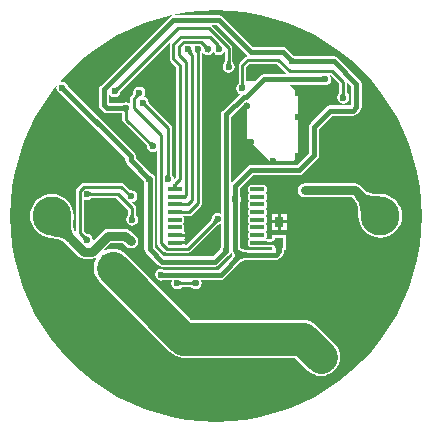
<source format=gbl>
G04*
G04 #@! TF.GenerationSoftware,Altium Limited,Altium Designer,20.0.13 (296)*
G04*
G04 Layer_Physical_Order=2*
G04 Layer_Color=16711680*
%FSLAX24Y24*%
%MOIN*%
G70*
G01*
G75*
%ADD12C,0.0100*%
%ADD29R,0.0300X0.0350*%
%ADD73C,0.0180*%
%ADD74C,0.0300*%
%ADD76C,0.1299*%
%ADD77C,0.0236*%
%ADD78C,0.0252*%
G04:AMPARAMS|DCode=79|XSize=47.2mil|YSize=13.8mil|CornerRadius=3.4mil|HoleSize=0mil|Usage=FLASHONLY|Rotation=180.000|XOffset=0mil|YOffset=0mil|HoleType=Round|Shape=RoundedRectangle|*
%AMROUNDEDRECTD79*
21,1,0.0472,0.0069,0,0,180.0*
21,1,0.0404,0.0138,0,0,180.0*
1,1,0.0069,-0.0202,0.0034*
1,1,0.0069,0.0202,0.0034*
1,1,0.0069,0.0202,-0.0034*
1,1,0.0069,-0.0202,-0.0034*
%
%ADD79ROUNDEDRECTD79*%
%ADD80C,0.1100*%
G36*
X41563Y26107D02*
X41580Y26093D01*
X41589Y26087D01*
X41598Y26082D01*
X41607Y26077D01*
X41616Y26074D01*
X41625Y26071D01*
X41633Y26069D01*
X41642Y26067D01*
X41513Y25965D01*
X41513Y25974D01*
X41513Y25983D01*
X41512Y25992D01*
X41509Y26001D01*
X41506Y26010D01*
X41502Y26018D01*
X41496Y26027D01*
X41490Y26036D01*
X41483Y26045D01*
X41475Y26054D01*
X41554Y26115D01*
X41563Y26107D01*
D02*
G37*
G36*
X41083Y25914D02*
X41083Y25905D01*
X41084Y25897D01*
X41085Y25888D01*
X41088Y25879D01*
X41092Y25870D01*
X41097Y25861D01*
X41103Y25853D01*
X41111Y25844D01*
X41119Y25835D01*
X41030Y25782D01*
X41022Y25791D01*
X41004Y25805D01*
X40996Y25811D01*
X40987Y25817D01*
X40979Y25822D01*
X40970Y25826D01*
X40962Y25830D01*
X40953Y25832D01*
X40945Y25835D01*
X41085Y25923D01*
X41083Y25914D01*
D02*
G37*
G36*
X41384Y25866D02*
X41379Y25858D01*
X41374Y25850D01*
X41371Y25841D01*
X41367Y25832D01*
X41365Y25822D01*
X41363Y25812D01*
X41361Y25801D01*
X41360Y25789D01*
X41360Y25777D01*
X41260Y25768D01*
X41260Y25780D01*
X41259Y25791D01*
X41257Y25802D01*
X41254Y25812D01*
X41251Y25822D01*
X41247Y25830D01*
X41243Y25839D01*
X41237Y25846D01*
X41231Y25853D01*
X41225Y25859D01*
X41390Y25873D01*
X41384Y25866D01*
D02*
G37*
G36*
X42366Y25536D02*
X42367Y25524D01*
X42368Y25514D01*
X42371Y25503D01*
X42374Y25494D01*
X42377Y25485D01*
X42381Y25476D01*
X42386Y25468D01*
X42392Y25461D01*
X42398Y25454D01*
X42233D01*
X42239Y25461D01*
X42245Y25468D01*
X42249Y25476D01*
X42254Y25485D01*
X42257Y25494D01*
X42260Y25503D01*
X42262Y25514D01*
X42264Y25524D01*
X42265Y25536D01*
X42265Y25548D01*
X42365D01*
X42366Y25536D01*
D02*
G37*
G36*
X42948Y25738D02*
X42960Y25731D01*
X42957Y25721D01*
X42950D01*
X42900Y25711D01*
X42857Y25683D01*
X42687Y25513D01*
X42659Y25470D01*
X42649Y25420D01*
Y24813D01*
X42648Y24809D01*
X42647Y24804D01*
X42646Y24800D01*
X42645Y24798D01*
X42644Y24796D01*
X42639Y24793D01*
X42595Y24728D01*
X42580Y24651D01*
X42595Y24574D01*
X42639Y24509D01*
X42681Y24481D01*
X42682Y24471D01*
X42115Y23904D01*
X42078Y23848D01*
X42065Y23783D01*
Y20471D01*
X42056Y20466D01*
X42027Y20485D01*
X41950Y20501D01*
X41873Y20485D01*
X41808Y20442D01*
X41765Y20377D01*
X41749Y20300D01*
X41751Y20293D01*
X41750Y20291D01*
X41749Y20288D01*
X41747Y20285D01*
X41745Y20281D01*
X41742Y20278D01*
X40902Y19438D01*
X40862D01*
X40856Y19446D01*
X40858Y19454D01*
X40522D01*
Y19554D01*
X40858D01*
X40850Y19591D01*
X40823Y19632D01*
X40850Y19673D01*
X40858Y19710D01*
X40522D01*
Y19810D01*
X40858D01*
X40850Y19847D01*
X40821Y19892D01*
X40806Y19901D01*
X40830Y19938D01*
X40839Y19982D01*
Y20051D01*
X40830Y20095D01*
X40805Y20132D01*
X40795Y20139D01*
Y20149D01*
X40805Y20156D01*
X40830Y20193D01*
X40839Y20238D01*
Y20306D01*
X40830Y20351D01*
X40807Y20385D01*
X40811Y20396D01*
X40826Y20397D01*
X41001D01*
X41051Y20407D01*
X41094Y20435D01*
X41403Y20744D01*
X41431Y20787D01*
X41441Y20837D01*
Y25794D01*
X41442Y25798D01*
X41443Y25804D01*
X41444Y25808D01*
X41445Y25812D01*
X41447Y25815D01*
X41448Y25817D01*
X41449Y25819D01*
X41449Y25819D01*
X41453Y25823D01*
X41454Y25827D01*
X41460Y25835D01*
X41470D01*
X41488Y25808D01*
X41553Y25765D01*
X41630Y25749D01*
X41707Y25765D01*
X41772Y25808D01*
X41805Y25858D01*
X41815D01*
X41848Y25808D01*
X41913Y25765D01*
X41990Y25749D01*
X42067Y25765D01*
X42132Y25808D01*
X42174Y25871D01*
X42184Y25870D01*
Y25533D01*
X42184Y25528D01*
X42183Y25524D01*
X42181Y25520D01*
X42180Y25518D01*
X42180Y25516D01*
X42174Y25512D01*
X42130Y25447D01*
X42115Y25370D01*
X42130Y25293D01*
X42174Y25228D01*
X42239Y25185D01*
X42315Y25169D01*
X42392Y25185D01*
X42457Y25228D01*
X42501Y25293D01*
X42516Y25370D01*
X42501Y25447D01*
X42457Y25512D01*
X42451Y25516D01*
X42451Y25518D01*
X42449Y25520D01*
X42448Y25524D01*
X42447Y25528D01*
X42447Y25533D01*
Y26007D01*
X42437Y26058D01*
X42408Y26100D01*
X41770Y26739D01*
X41774Y26748D01*
X41939D01*
X42948Y25738D01*
D02*
G37*
G36*
X44252Y25132D02*
X44248Y25122D01*
X43490D01*
X43424Y25109D01*
X43368Y25072D01*
X43205Y24908D01*
X42911D01*
Y25366D01*
X43004Y25459D01*
X43926D01*
X44252Y25132D01*
D02*
G37*
G36*
X46009Y24796D02*
Y24503D01*
X46008Y24498D01*
X46007Y24494D01*
X46006Y24490D01*
X46005Y24488D01*
X46004Y24486D01*
X45998Y24482D01*
X45955Y24417D01*
X45939Y24340D01*
X45955Y24263D01*
X45998Y24198D01*
X46063Y24155D01*
X46140Y24139D01*
X46217Y24155D01*
X46282Y24198D01*
X46325Y24263D01*
X46341Y24340D01*
X46325Y24417D01*
X46282Y24482D01*
X46276Y24486D01*
X46275Y24488D01*
X46274Y24490D01*
X46273Y24494D01*
X46272Y24498D01*
X46271Y24503D01*
Y24850D01*
X46268Y24865D01*
X46277Y24870D01*
X46408Y24739D01*
Y24087D01*
X46403Y24082D01*
X45700D01*
X45634Y24069D01*
X45578Y24032D01*
X45048Y23502D01*
X45011Y23446D01*
X44998Y23380D01*
Y22511D01*
X44599Y22112D01*
X43080D01*
X43014Y22099D01*
X42958Y22062D01*
X42419Y21522D01*
X42416Y21522D01*
X42409Y21525D01*
Y23711D01*
X42892Y24195D01*
X42907D01*
X42913Y24196D01*
X42921Y24190D01*
X42940Y22985D01*
X43698Y22227D01*
X44457D01*
X44630Y22400D01*
Y24495D01*
X44356Y24769D01*
X44360Y24778D01*
X45433D01*
X45453Y24765D01*
X45530Y24749D01*
X45607Y24765D01*
X45672Y24808D01*
X45715Y24873D01*
X45731Y24950D01*
X45715Y25027D01*
X45680Y25080D01*
X45685Y25089D01*
X45716D01*
X46009Y24796D01*
D02*
G37*
G36*
X42830Y24817D02*
X42831Y24806D01*
X42833Y24795D01*
X42835Y24785D01*
X42838Y24775D01*
X42842Y24766D01*
X42846Y24758D01*
X42851Y24750D01*
X42857Y24742D01*
X42863Y24736D01*
X42698Y24735D01*
X42704Y24741D01*
X42709Y24749D01*
X42714Y24757D01*
X42718Y24765D01*
X42722Y24774D01*
X42725Y24784D01*
X42727Y24794D01*
X42729Y24805D01*
X42730Y24816D01*
X42730Y24828D01*
X42830Y24829D01*
X42830Y24817D01*
D02*
G37*
G36*
X38681Y24640D02*
X38673Y24632D01*
X38665Y24623D01*
X38659Y24614D01*
X38653Y24605D01*
X38649Y24596D01*
X38645Y24587D01*
X38642Y24578D01*
X38640Y24569D01*
X38638Y24560D01*
X38638Y24551D01*
X38521Y24668D01*
X38530Y24668D01*
X38539Y24670D01*
X38548Y24672D01*
X38557Y24675D01*
X38566Y24679D01*
X38575Y24683D01*
X38584Y24689D01*
X38593Y24695D01*
X38602Y24703D01*
X38610Y24711D01*
X38681Y24640D01*
D02*
G37*
G36*
X46190Y24506D02*
X46191Y24494D01*
X46193Y24484D01*
X46195Y24473D01*
X46198Y24464D01*
X46202Y24455D01*
X46206Y24446D01*
X46211Y24438D01*
X46216Y24431D01*
X46223Y24424D01*
X46057D01*
X46064Y24431D01*
X46069Y24438D01*
X46074Y24446D01*
X46078Y24455D01*
X46082Y24464D01*
X46085Y24473D01*
X46087Y24484D01*
X46089Y24494D01*
X46090Y24506D01*
X46090Y24518D01*
X46190D01*
X46190Y24506D01*
D02*
G37*
G36*
X39356Y24396D02*
X39347Y24394D01*
X39339Y24392D01*
X39330Y24389D01*
X39321Y24385D01*
X39312Y24381D01*
X39304Y24375D01*
X39295Y24369D01*
X39286Y24363D01*
X39269Y24347D01*
X39187Y24406D01*
X39195Y24415D01*
X39202Y24424D01*
X39209Y24433D01*
X39214Y24442D01*
X39218Y24450D01*
X39221Y24459D01*
X39223Y24468D01*
X39225Y24477D01*
X39225Y24486D01*
X39224Y24495D01*
X39356Y24396D01*
D02*
G37*
G36*
X39568Y24170D02*
X39570Y24161D01*
X39572Y24152D01*
X39575Y24143D01*
X39579Y24134D01*
X39583Y24125D01*
X39589Y24116D01*
X39595Y24107D01*
X39603Y24098D01*
X39611Y24090D01*
X39540Y24019D01*
X39532Y24027D01*
X39523Y24035D01*
X39514Y24041D01*
X39505Y24047D01*
X39496Y24051D01*
X39487Y24055D01*
X39478Y24058D01*
X39469Y24060D01*
X39460Y24062D01*
X39451Y24062D01*
X39568Y24179D01*
X39568Y24170D01*
D02*
G37*
G36*
X38986Y23899D02*
X38981Y23892D01*
X38976Y23884D01*
X38972Y23875D01*
X38968Y23866D01*
X38965Y23857D01*
X38963Y23846D01*
X38961Y23836D01*
X38960Y23824D01*
X38960Y23812D01*
X38860D01*
X38860Y23824D01*
X38859Y23836D01*
X38857Y23846D01*
X38855Y23857D01*
X38852Y23866D01*
X38848Y23875D01*
X38844Y23884D01*
X38839Y23892D01*
X38834Y23899D01*
X38827Y23906D01*
X38993D01*
X38986Y23899D01*
D02*
G37*
G36*
X39708Y22883D02*
X39717Y22875D01*
X39726Y22869D01*
X39735Y22863D01*
X39744Y22859D01*
X39753Y22855D01*
X39762Y22852D01*
X39771Y22850D01*
X39780Y22848D01*
X39789Y22848D01*
X39672Y22731D01*
X39672Y22740D01*
X39670Y22749D01*
X39668Y22758D01*
X39665Y22767D01*
X39661Y22776D01*
X39657Y22785D01*
X39651Y22794D01*
X39645Y22803D01*
X39637Y22812D01*
X39629Y22820D01*
X39700Y22891D01*
X39708Y22883D01*
D02*
G37*
G36*
X40350Y21791D02*
X40351Y21780D01*
X40353Y21769D01*
X40355Y21759D01*
X40358Y21749D01*
X40362Y21740D01*
X40366Y21731D01*
X40371Y21723D01*
X40376Y21716D01*
X40383Y21710D01*
X40217D01*
X40224Y21716D01*
X40229Y21723D01*
X40234Y21731D01*
X40238Y21740D01*
X40242Y21749D01*
X40245Y21759D01*
X40247Y21769D01*
X40249Y21780D01*
X40250Y21791D01*
X40250Y21803D01*
X40350D01*
X40350Y21791D01*
D02*
G37*
G36*
X40358Y26189D02*
X40349Y26140D01*
Y25640D01*
X40359Y25590D01*
X40387Y25547D01*
X40559Y25376D01*
Y21684D01*
X40508Y21634D01*
X40498Y21637D01*
X40485Y21702D01*
X40442Y21767D01*
X40436Y21771D01*
X40435Y21773D01*
X40434Y21775D01*
X40433Y21779D01*
X40432Y21784D01*
X40431Y21788D01*
Y23330D01*
X40421Y23380D01*
X40393Y23423D01*
X39658Y24158D01*
X39655Y24161D01*
X39653Y24165D01*
X39651Y24168D01*
X39650Y24171D01*
X39649Y24173D01*
X39651Y24180D01*
X39635Y24257D01*
X39592Y24322D01*
X39527Y24365D01*
X39493Y24372D01*
X39489Y24381D01*
X39526Y24436D01*
X39541Y24513D01*
X39526Y24590D01*
X39483Y24655D01*
X39417Y24698D01*
X39341Y24714D01*
X39264Y24698D01*
X39199Y24655D01*
X39155Y24590D01*
X39140Y24513D01*
X39144Y24491D01*
X39144Y24487D01*
X39144Y24483D01*
X39144Y24482D01*
X39144Y24481D01*
X39143Y24479D01*
X39141Y24476D01*
X39139Y24473D01*
X39070Y24404D01*
X39042Y24362D01*
X39032Y24312D01*
Y24156D01*
X39023Y24151D01*
X38987Y24175D01*
X38910Y24191D01*
X38833Y24175D01*
X38813Y24162D01*
X38347D01*
X38342Y24167D01*
Y24445D01*
X38352Y24448D01*
X38378Y24408D01*
X38443Y24365D01*
X38520Y24349D01*
X38597Y24365D01*
X38662Y24408D01*
X38705Y24473D01*
X38721Y24550D01*
X38719Y24557D01*
X38720Y24559D01*
X38721Y24562D01*
X38723Y24565D01*
X38725Y24569D01*
X38728Y24572D01*
X40351Y26196D01*
X40358Y26189D01*
D02*
G37*
G36*
X40573Y21443D02*
X40574Y21426D01*
X40576Y21411D01*
X40580Y21399D01*
X40584Y21388D01*
X40589Y21379D01*
X40596Y21372D01*
X40603Y21367D01*
X40611Y21364D01*
X40620Y21363D01*
X40424D01*
X40433Y21364D01*
X40441Y21367D01*
X40449Y21372D01*
X40455Y21379D01*
X40460Y21388D01*
X40464Y21399D01*
X40468Y21411D01*
X40470Y21426D01*
X40472Y21443D01*
X40472Y21462D01*
X40572D01*
X40573Y21443D01*
D02*
G37*
G36*
X40742Y21103D02*
X40749Y21100D01*
X40756Y21097D01*
X40765Y21095D01*
X40775Y21094D01*
X40798Y21091D01*
X40826Y21090D01*
X40841Y21090D01*
Y20990D01*
X40826Y20990D01*
X40775Y20986D01*
X40765Y20984D01*
X40756Y20982D01*
X40749Y20980D01*
X40742Y20977D01*
X40737Y20974D01*
Y21106D01*
X40742Y21103D01*
D02*
G37*
G36*
X40742Y20847D02*
X40749Y20844D01*
X40757Y20842D01*
X40767Y20840D01*
X40778Y20838D01*
X40804Y20835D01*
X40835Y20834D01*
X40853Y20834D01*
Y20734D01*
X40835Y20734D01*
X40778Y20730D01*
X40767Y20728D01*
X40757Y20726D01*
X40749Y20724D01*
X40742Y20721D01*
X40737Y20718D01*
Y20850D01*
X40742Y20847D01*
D02*
G37*
G36*
Y20591D02*
X40749Y20588D01*
X40757Y20586D01*
X40767Y20584D01*
X40778Y20582D01*
X40804Y20579D01*
X40835Y20578D01*
X40853Y20578D01*
Y20478D01*
X40835Y20478D01*
X40778Y20474D01*
X40767Y20472D01*
X40757Y20470D01*
X40749Y20468D01*
X40742Y20465D01*
X40737Y20462D01*
Y20594D01*
X40742Y20591D01*
D02*
G37*
G36*
X41949Y20182D02*
X41940Y20182D01*
X41931Y20180D01*
X41922Y20178D01*
X41913Y20175D01*
X41904Y20171D01*
X41895Y20167D01*
X41886Y20161D01*
X41877Y20155D01*
X41868Y20147D01*
X41860Y20139D01*
X41789Y20210D01*
X41797Y20218D01*
X41805Y20227D01*
X41811Y20236D01*
X41817Y20245D01*
X41821Y20254D01*
X41825Y20263D01*
X41828Y20272D01*
X41830Y20281D01*
X41832Y20290D01*
X41832Y20299D01*
X41949Y20182D01*
D02*
G37*
G36*
X43498Y19567D02*
X43505Y19564D01*
X43513Y19562D01*
X43523Y19560D01*
X43534Y19558D01*
X43560Y19556D01*
X43591Y19554D01*
X43609Y19554D01*
Y19454D01*
X43591Y19454D01*
X43534Y19450D01*
X43523Y19449D01*
X43513Y19447D01*
X43505Y19444D01*
X43498Y19442D01*
X43493Y19439D01*
Y19570D01*
X43498Y19567D01*
D02*
G37*
G36*
X43851Y19404D02*
X43850Y19414D01*
X43847Y19422D01*
X43842Y19430D01*
X43835Y19436D01*
X43826Y19442D01*
X43815Y19446D01*
X43802Y19450D01*
X43787Y19452D01*
X43770Y19454D01*
X43751Y19454D01*
Y19554D01*
X43770Y19555D01*
X43787Y19556D01*
X43802Y19559D01*
X43815Y19562D01*
X43826Y19567D01*
X43835Y19572D01*
X43842Y19579D01*
X43847Y19586D01*
X43850Y19595D01*
X43851Y19604D01*
Y19404D01*
D02*
G37*
G36*
X44115Y19336D02*
X44110Y19333D01*
X44105Y19326D01*
X44101Y19318D01*
X44098Y19307D01*
X44095Y19294D01*
X44093Y19278D01*
X44090Y19239D01*
X44090Y19215D01*
X43910D01*
X43910Y19239D01*
X43905Y19294D01*
X43902Y19307D01*
X43899Y19318D01*
X43895Y19326D01*
X43890Y19333D01*
X43885Y19336D01*
X43879Y19337D01*
X44121D01*
X44115Y19336D01*
D02*
G37*
G36*
X42646Y19293D02*
X42673Y19271D01*
X42701Y19252D01*
X42730Y19236D01*
X42760Y19222D01*
X42792Y19210D01*
X42824Y19201D01*
X42857Y19195D01*
X42892Y19191D01*
X42927Y19190D01*
Y19010D01*
X42892Y19009D01*
X42857Y19005D01*
X42824Y18999D01*
X42792Y18990D01*
X42760Y18978D01*
X42730Y18964D01*
X42701Y18948D01*
X42673Y18929D01*
X42646Y18907D01*
X42620Y18883D01*
X42455Y18973D01*
X42479Y18998D01*
X42497Y19023D01*
X42511Y19047D01*
X42520Y19071D01*
X42524Y19095D01*
X42524Y19118D01*
X42519Y19141D01*
X42510Y19163D01*
X42495Y19185D01*
X42476Y19206D01*
X42620Y19317D01*
X42646Y19293D01*
D02*
G37*
G36*
X42389Y27241D02*
X42876Y27189D01*
X43358Y27102D01*
X43832Y26981D01*
X44297Y26826D01*
X44749Y26639D01*
X45187Y26420D01*
X45608Y26170D01*
X46010Y25891D01*
X46392Y25584D01*
X46750Y25250D01*
X47084Y24892D01*
X47391Y24510D01*
X47670Y24108D01*
X47920Y23687D01*
X48139Y23249D01*
X48326Y22797D01*
X48481Y22332D01*
X48602Y21858D01*
X48689Y21376D01*
X48741Y20889D01*
X48759Y20400D01*
X48741Y19911D01*
X48689Y19424D01*
X48602Y18942D01*
X48481Y18468D01*
X48326Y18003D01*
X48139Y17551D01*
X47920Y17113D01*
X47670Y16692D01*
X47391Y16290D01*
X47084Y15908D01*
X46750Y15550D01*
X46392Y15216D01*
X46010Y14909D01*
X45608Y14630D01*
X45187Y14380D01*
X44749Y14161D01*
X44297Y13974D01*
X43832Y13819D01*
X43358Y13698D01*
X42876Y13611D01*
X42389Y13559D01*
X41900Y13541D01*
X41411Y13559D01*
X40924Y13611D01*
X40442Y13698D01*
X39968Y13819D01*
X39503Y13974D01*
X39051Y14161D01*
X38613Y14380D01*
X38192Y14630D01*
X37790Y14909D01*
X37408Y15216D01*
X37050Y15550D01*
X36716Y15908D01*
X36409Y16290D01*
X36130Y16692D01*
X35880Y17113D01*
X35661Y17551D01*
X35474Y18003D01*
X35319Y18468D01*
X35198Y18942D01*
X35111Y19424D01*
X35059Y19911D01*
X35041Y20400D01*
X35059Y20889D01*
X35111Y21376D01*
X35198Y21858D01*
X35319Y22332D01*
X35474Y22797D01*
X35661Y23249D01*
X35880Y23687D01*
X36130Y24108D01*
X36409Y24510D01*
X36580Y24722D01*
X36589Y24718D01*
X36579Y24670D01*
X36595Y24593D01*
X36638Y24528D01*
X36703Y24485D01*
X36727Y24480D01*
X38876Y22331D01*
Y22255D01*
X38889Y22189D01*
X38926Y22133D01*
X39488Y21572D01*
X39492Y21548D01*
X39510Y21522D01*
Y19298D01*
X39523Y19232D01*
X39560Y19176D01*
X39978Y18758D01*
X40034Y18721D01*
X40100Y18708D01*
X41859D01*
X41925Y18721D01*
X41980Y18758D01*
X42278Y19056D01*
X42301Y19060D01*
X42367Y19104D01*
X42402Y19157D01*
X42412D01*
X42418Y19148D01*
X42432Y19134D01*
X42439Y19125D01*
X42442Y19116D01*
X42444Y19109D01*
X42444Y19102D01*
X42442Y19093D01*
X42438Y19081D01*
X42430Y19067D01*
X42419Y19052D01*
X41979Y18612D01*
X40167D01*
X40147Y18625D01*
X40070Y18641D01*
X39993Y18625D01*
X39928Y18582D01*
X39885Y18517D01*
X39869Y18440D01*
X39885Y18363D01*
X39928Y18298D01*
X39993Y18255D01*
X40070Y18239D01*
X40147Y18255D01*
X40167Y18268D01*
X40441D01*
X40446Y18259D01*
X40426Y18230D01*
X40411Y18153D01*
X40426Y18076D01*
X40470Y18011D01*
X40535Y17968D01*
X40612Y17952D01*
X40689Y17968D01*
X40754Y18011D01*
X40758Y18017D01*
X40759Y18018D01*
X40762Y18019D01*
X40766Y18020D01*
X40770Y18021D01*
X40775Y18022D01*
X41062D01*
X41067Y18021D01*
X41071Y18020D01*
X41075Y18019D01*
X41077Y18018D01*
X41079Y18017D01*
X41083Y18011D01*
X41148Y17968D01*
X41225Y17952D01*
X41302Y17968D01*
X41367Y18011D01*
X41410Y18076D01*
X41426Y18153D01*
X41410Y18230D01*
X41391Y18259D01*
X41396Y18268D01*
X42050D01*
X42116Y18281D01*
X42172Y18318D01*
X42703Y18850D01*
X42721Y18864D01*
X42744Y18879D01*
X42767Y18893D01*
X42791Y18904D01*
X42816Y18913D01*
X42842Y18920D01*
X42869Y18925D01*
X42892Y18928D01*
X43852D01*
X43918Y18941D01*
X43922Y18943D01*
X43960Y18951D01*
X44016Y18988D01*
X44122Y19094D01*
X44159Y19150D01*
X44172Y19215D01*
Y19256D01*
X44229D01*
Y19764D01*
X43771D01*
Y19636D01*
X43572D01*
X43567Y19636D01*
X43564Y19640D01*
X43563Y19646D01*
X43586Y19682D01*
X43595Y19726D01*
Y19795D01*
X43586Y19839D01*
X43561Y19876D01*
X43551Y19883D01*
Y19893D01*
X43561Y19900D01*
X43586Y19938D01*
X43595Y19982D01*
Y20051D01*
X43586Y20095D01*
X43561Y20132D01*
X43551Y20139D01*
Y20149D01*
X43561Y20156D01*
X43586Y20193D01*
X43595Y20238D01*
Y20306D01*
X43586Y20351D01*
X43561Y20388D01*
X43551Y20395D01*
Y20405D01*
X43561Y20412D01*
X43586Y20449D01*
X43595Y20494D01*
Y20562D01*
X43586Y20607D01*
X43561Y20644D01*
X43551Y20651D01*
Y20661D01*
X43561Y20668D01*
X43586Y20705D01*
X43595Y20749D01*
Y20818D01*
X43586Y20862D01*
X43561Y20900D01*
X43551Y20907D01*
Y20917D01*
X43561Y20924D01*
X43586Y20961D01*
X43595Y21005D01*
Y21074D01*
X43586Y21118D01*
X43561Y21156D01*
X43551Y21163D01*
Y21173D01*
X43561Y21180D01*
X43586Y21217D01*
X43595Y21261D01*
Y21330D01*
X43586Y21374D01*
X43561Y21412D01*
X43524Y21437D01*
X43480Y21446D01*
X43076D01*
X43032Y21437D01*
X42995Y21412D01*
X42970Y21374D01*
X42961Y21330D01*
Y21261D01*
X42970Y21217D01*
X42995Y21180D01*
X43005Y21173D01*
Y21163D01*
X42995Y21156D01*
X42970Y21118D01*
X42961Y21074D01*
Y21005D01*
X42970Y20961D01*
X42995Y20924D01*
X43005Y20917D01*
Y20907D01*
X42995Y20900D01*
X42970Y20862D01*
X42961Y20818D01*
Y20749D01*
X42970Y20705D01*
X42995Y20668D01*
X43005Y20661D01*
Y20651D01*
X42995Y20644D01*
X42970Y20607D01*
X42961Y20562D01*
Y20494D01*
X42970Y20449D01*
X42995Y20412D01*
X43005Y20405D01*
Y20395D01*
X42995Y20388D01*
X42970Y20351D01*
X42961Y20306D01*
Y20238D01*
X42970Y20193D01*
X42995Y20156D01*
X43005Y20149D01*
Y20139D01*
X42995Y20132D01*
X42970Y20095D01*
X42961Y20051D01*
Y19982D01*
X42970Y19938D01*
X42995Y19900D01*
X43005Y19893D01*
Y19883D01*
X42995Y19876D01*
X42970Y19839D01*
X42961Y19795D01*
Y19726D01*
X42970Y19682D01*
X42995Y19644D01*
X43005Y19637D01*
Y19627D01*
X42995Y19620D01*
X42970Y19583D01*
X42961Y19539D01*
Y19470D01*
X42970Y19426D01*
X42995Y19388D01*
X43032Y19363D01*
X43076Y19354D01*
X43480D01*
X43502Y19359D01*
X43502Y19359D01*
X43502Y19359D01*
X43524Y19363D01*
X43531Y19368D01*
X43532Y19368D01*
X43532Y19368D01*
X43533Y19369D01*
X43537Y19370D01*
X43543Y19371D01*
X43582Y19373D01*
X43771D01*
Y19272D01*
X42892D01*
X42869Y19275D01*
X42842Y19280D01*
X42816Y19287D01*
X42791Y19296D01*
X42767Y19307D01*
X42744Y19321D01*
X42721Y19336D01*
X42712Y19343D01*
Y20853D01*
X42725Y20873D01*
X42741Y20950D01*
X42725Y21027D01*
X42712Y21047D01*
Y21329D01*
X43151Y21768D01*
X44670D01*
X44736Y21781D01*
X44792Y21818D01*
X45292Y22318D01*
X45329Y22374D01*
X45342Y22440D01*
Y23309D01*
X45771Y23738D01*
X46475D01*
X46540Y23751D01*
X46596Y23788D01*
X46702Y23894D01*
X46739Y23950D01*
X46752Y24015D01*
Y24810D01*
X46739Y24876D01*
X46702Y24932D01*
X45962Y25672D01*
X45906Y25709D01*
X45840Y25722D01*
X44533D01*
X44513Y25735D01*
X44489Y25740D01*
X44247Y25982D01*
X44192Y26019D01*
X44126Y26032D01*
X43141D01*
X42132Y27042D01*
X42076Y27079D01*
X42010Y27092D01*
X40470D01*
X40404Y27079D01*
X40348Y27042D01*
X38048Y24742D01*
X38011Y24686D01*
X37998Y24620D01*
Y24095D01*
X38011Y24030D01*
X38048Y23974D01*
X38154Y23868D01*
X38210Y23831D01*
X38275Y23818D01*
X38779D01*
Y23610D01*
X38789Y23560D01*
X38817Y23517D01*
X39582Y22752D01*
X39585Y22749D01*
X39587Y22745D01*
X39589Y22742D01*
X39590Y22739D01*
X39591Y22737D01*
X39589Y22730D01*
X39605Y22653D01*
X39648Y22588D01*
X39713Y22545D01*
X39790Y22529D01*
X39867Y22545D01*
X39932Y22588D01*
X39936Y22594D01*
X39946Y22591D01*
Y21843D01*
X39932Y21822D01*
X39922Y21772D01*
Y19506D01*
X39932Y19456D01*
X39960Y19413D01*
X40160Y19214D01*
X40202Y19185D01*
X40253Y19175D01*
X40957D01*
X41007Y19185D01*
X41050Y19214D01*
X41928Y20092D01*
X41931Y20095D01*
X41935Y20097D01*
X41938Y20099D01*
X41941Y20100D01*
X41943Y20101D01*
X41950Y20099D01*
X42027Y20115D01*
X42056Y20134D01*
X42065Y20129D01*
Y19361D01*
X42039Y19323D01*
X42035Y19299D01*
X41788Y19052D01*
X40171D01*
X39854Y19369D01*
Y21535D01*
X39863Y21548D01*
X39878Y21625D01*
X39863Y21702D01*
X39820Y21767D01*
X39754Y21811D01*
X39731Y21815D01*
X39220Y22326D01*
Y22402D01*
X39207Y22468D01*
X39170Y22524D01*
X36970Y24723D01*
X36965Y24747D01*
X36922Y24812D01*
X36857Y24855D01*
X36780Y24871D01*
X36703Y24855D01*
X36696Y24851D01*
X36690Y24858D01*
X36716Y24892D01*
X37050Y25250D01*
X37408Y25584D01*
X37790Y25891D01*
X38192Y26170D01*
X38613Y26420D01*
X39051Y26639D01*
X39503Y26826D01*
X39968Y26981D01*
X40442Y27102D01*
X40924Y27189D01*
X41411Y27241D01*
X41900Y27259D01*
X42389Y27241D01*
D02*
G37*
G36*
X41141Y18070D02*
X41134Y18077D01*
X41127Y18082D01*
X41119Y18087D01*
X41110Y18091D01*
X41101Y18095D01*
X41092Y18098D01*
X41081Y18100D01*
X41071Y18102D01*
X41059Y18103D01*
X41047Y18103D01*
Y18203D01*
X41059Y18203D01*
X41071Y18204D01*
X41081Y18206D01*
X41092Y18208D01*
X41101Y18211D01*
X41110Y18215D01*
X41119Y18219D01*
X41127Y18224D01*
X41134Y18230D01*
X41141Y18236D01*
Y18070D01*
D02*
G37*
G36*
X40703Y18230D02*
X40710Y18224D01*
X40718Y18219D01*
X40727Y18215D01*
X40736Y18211D01*
X40745Y18208D01*
X40756Y18206D01*
X40766Y18204D01*
X40778Y18203D01*
X40790Y18203D01*
Y18103D01*
X40778Y18103D01*
X40766Y18102D01*
X40756Y18100D01*
X40745Y18098D01*
X40736Y18095D01*
X40727Y18091D01*
X40718Y18087D01*
X40710Y18082D01*
X40703Y18077D01*
X40696Y18070D01*
Y18236D01*
X40703Y18230D01*
D02*
G37*
%LPC*%
G36*
X44250Y20475D02*
X44050D01*
Y20250D01*
X44250D01*
Y20475D01*
D02*
G37*
G36*
X43950D02*
X43750D01*
Y20250D01*
X43950D01*
Y20475D01*
D02*
G37*
G36*
X44250Y20150D02*
X44050D01*
Y19925D01*
X44250D01*
Y20150D01*
D02*
G37*
G36*
X43950D02*
X43750D01*
Y19925D01*
X43950D01*
Y20150D01*
D02*
G37*
G36*
X38743Y21508D02*
X37498D01*
X37448Y21498D01*
X37405Y21470D01*
X37260Y21325D01*
X37232Y21282D01*
X37222Y21232D01*
Y19847D01*
X37224Y19837D01*
X37215Y19833D01*
X37209Y19842D01*
X37187Y19883D01*
X37169Y19928D01*
X37155Y19978D01*
X37145Y20032D01*
X37140Y20092D01*
X37139Y20156D01*
X37142Y20225D01*
X37151Y20301D01*
X37150Y20307D01*
X37159Y20400D01*
X37145Y20543D01*
X37104Y20680D01*
X37036Y20807D01*
X36945Y20918D01*
X36834Y21009D01*
X36708Y21076D01*
X36570Y21118D01*
X36428Y21132D01*
X36285Y21118D01*
X36147Y21076D01*
X36021Y21009D01*
X35910Y20918D01*
X35819Y20807D01*
X35751Y20680D01*
X35710Y20543D01*
X35696Y20400D01*
X35710Y20257D01*
X35751Y20120D01*
X35819Y19993D01*
X35910Y19882D01*
X36021Y19791D01*
X36147Y19724D01*
X36285Y19682D01*
X36334Y19677D01*
X36340Y19675D01*
X36424Y19664D01*
X36575Y19634D01*
X36640Y19617D01*
X36700Y19597D01*
X36753Y19575D01*
X36801Y19552D01*
X36843Y19527D01*
X36877Y19503D01*
X37340Y19040D01*
X37416Y18989D01*
X37505Y18971D01*
X37753D01*
X37843Y18989D01*
X37918Y19040D01*
X37968Y19089D01*
X37975Y19083D01*
X37925Y19021D01*
X37866Y18912D01*
X37830Y18793D01*
X37818Y18670D01*
X37830Y18547D01*
X37866Y18428D01*
X37925Y18319D01*
X38003Y18223D01*
X40363Y15863D01*
X40459Y15785D01*
X40568Y15726D01*
X40687Y15690D01*
X40810Y15678D01*
X44528D01*
X44933Y15273D01*
X44957Y15237D01*
X45025Y15192D01*
X45029Y15191D01*
X45049Y15175D01*
X45158Y15116D01*
X45277Y15080D01*
X45340Y15074D01*
X45340Y15074D01*
X45420Y15058D01*
X45500Y15074D01*
X45506Y15079D01*
X45523Y15080D01*
X45642Y15116D01*
X45751Y15175D01*
X45847Y15253D01*
X45925Y15349D01*
X45984Y15458D01*
X46020Y15577D01*
X46032Y15700D01*
X46020Y15823D01*
X45984Y15942D01*
X45925Y16051D01*
X45847Y16147D01*
X45237Y16757D01*
X45141Y16835D01*
X45032Y16894D01*
X44913Y16930D01*
X44790Y16942D01*
X41072D01*
X38897Y19117D01*
X38801Y19195D01*
X38692Y19254D01*
X38573Y19290D01*
X38450Y19302D01*
X38327Y19290D01*
X38208Y19254D01*
X38099Y19195D01*
X38037Y19145D01*
X38031Y19152D01*
X38385Y19507D01*
X38783D01*
X38905Y19385D01*
X38981Y19335D01*
X39070Y19317D01*
X39159Y19335D01*
X39235Y19385D01*
X39285Y19461D01*
X39303Y19550D01*
X39285Y19639D01*
X39235Y19715D01*
X39045Y19905D01*
X38969Y19955D01*
X38880Y19973D01*
X38289D01*
X38199Y19955D01*
X38124Y19905D01*
X37793Y19575D01*
X37785Y19579D01*
X37791Y19610D01*
X37775Y19687D01*
X37732Y19752D01*
X37667Y19795D01*
X37590Y19811D01*
X37583Y19809D01*
X37581Y19810D01*
X37578Y19811D01*
X37575Y19813D01*
X37571Y19815D01*
X37568Y19818D01*
X37484Y19901D01*
Y20960D01*
X37493Y20965D01*
X37523Y20945D01*
X37600Y20929D01*
X37677Y20945D01*
X37742Y20988D01*
X37746Y20994D01*
X37748Y20995D01*
X37750Y20996D01*
X37754Y20997D01*
X37758Y20998D01*
X37763Y20999D01*
X38576D01*
X38969Y20606D01*
Y20443D01*
X38968Y20438D01*
X38967Y20434D01*
X38966Y20430D01*
X38965Y20428D01*
X38964Y20426D01*
X38958Y20422D01*
X38915Y20357D01*
X38899Y20280D01*
X38915Y20203D01*
X38958Y20138D01*
X39023Y20095D01*
X39100Y20079D01*
X39177Y20095D01*
X39242Y20138D01*
X39285Y20203D01*
X39301Y20280D01*
X39285Y20357D01*
X39242Y20422D01*
X39236Y20426D01*
X39235Y20428D01*
X39234Y20430D01*
X39233Y20434D01*
X39232Y20438D01*
X39231Y20443D01*
Y20660D01*
X39221Y20710D01*
X39193Y20753D01*
X39096Y20849D01*
X39099Y20859D01*
X39151Y20869D01*
X39216Y20913D01*
X39260Y20978D01*
X39275Y21055D01*
X39260Y21131D01*
X39216Y21196D01*
X39151Y21240D01*
X39075Y21255D01*
X39061Y21253D01*
X39061Y21253D01*
X39060Y21253D01*
X39059Y21253D01*
X39057Y21253D01*
X39055Y21254D01*
X39052Y21256D01*
X39049Y21258D01*
X39045Y21260D01*
X38836Y21470D01*
X38793Y21498D01*
X38743Y21508D01*
D02*
G37*
G36*
X46522Y21483D02*
X44850D01*
X44761Y21465D01*
X44685Y21415D01*
X44635Y21339D01*
X44617Y21250D01*
X44635Y21161D01*
X44685Y21085D01*
X44761Y21035D01*
X44850Y21017D01*
X46426D01*
X46517Y20926D01*
X46542Y20891D01*
X46565Y20849D01*
X46586Y20802D01*
X46603Y20750D01*
X46618Y20692D01*
X46629Y20630D01*
X46642Y20485D01*
X46642Y20419D01*
X46641Y20400D01*
X46655Y20257D01*
X46696Y20120D01*
X46764Y19993D01*
X46855Y19882D01*
X46966Y19791D01*
X47092Y19724D01*
X47230Y19682D01*
X47372Y19668D01*
X47515Y19682D01*
X47653Y19724D01*
X47779Y19791D01*
X47890Y19882D01*
X47981Y19993D01*
X48049Y20120D01*
X48090Y20257D01*
X48104Y20400D01*
X48090Y20543D01*
X48049Y20680D01*
X47981Y20807D01*
X47890Y20918D01*
X47779Y21009D01*
X47653Y21076D01*
X47515Y21118D01*
X47372Y21132D01*
X47354Y21130D01*
X47286Y21131D01*
X47212Y21135D01*
X47144Y21143D01*
X47080Y21155D01*
X47023Y21169D01*
X46971Y21187D01*
X46924Y21207D01*
X46882Y21231D01*
X46846Y21256D01*
X46687Y21415D01*
X46612Y21465D01*
X46522Y21483D01*
D02*
G37*
%LPD*%
G36*
X38986Y21205D02*
X38995Y21198D01*
X39004Y21191D01*
X39013Y21186D01*
X39022Y21181D01*
X39031Y21178D01*
X39040Y21175D01*
X39049Y21173D01*
X39058Y21172D01*
X39067Y21172D01*
X38957Y21049D01*
X38956Y21058D01*
X38954Y21067D01*
X38952Y21076D01*
X38948Y21085D01*
X38944Y21094D01*
X38939Y21103D01*
X38933Y21112D01*
X38927Y21121D01*
X38919Y21129D01*
X38911Y21138D01*
X38978Y21213D01*
X38986Y21205D01*
D02*
G37*
G36*
X37691Y21206D02*
X37698Y21201D01*
X37706Y21196D01*
X37715Y21192D01*
X37724Y21188D01*
X37733Y21185D01*
X37744Y21183D01*
X37754Y21181D01*
X37766Y21180D01*
X37778Y21180D01*
Y21080D01*
X37766Y21080D01*
X37754Y21079D01*
X37744Y21077D01*
X37733Y21075D01*
X37724Y21072D01*
X37715Y21068D01*
X37706Y21064D01*
X37698Y21059D01*
X37691Y21054D01*
X37684Y21047D01*
Y21213D01*
X37691Y21206D01*
D02*
G37*
G36*
X39150Y20446D02*
X39151Y20434D01*
X39153Y20424D01*
X39155Y20413D01*
X39158Y20404D01*
X39162Y20395D01*
X39166Y20386D01*
X39171Y20378D01*
X39176Y20371D01*
X39183Y20364D01*
X39017D01*
X39024Y20371D01*
X39029Y20378D01*
X39034Y20386D01*
X39038Y20395D01*
X39042Y20404D01*
X39045Y20413D01*
X39047Y20424D01*
X39049Y20434D01*
X39050Y20446D01*
X39050Y20458D01*
X39150D01*
X39150Y20446D01*
D02*
G37*
G36*
X37508Y19763D02*
X37517Y19755D01*
X37526Y19749D01*
X37535Y19743D01*
X37544Y19739D01*
X37553Y19735D01*
X37562Y19732D01*
X37571Y19730D01*
X37580Y19728D01*
X37589Y19728D01*
X37472Y19611D01*
X37472Y19620D01*
X37470Y19629D01*
X37468Y19638D01*
X37465Y19647D01*
X37461Y19656D01*
X37457Y19665D01*
X37451Y19674D01*
X37445Y19683D01*
X37437Y19692D01*
X37429Y19700D01*
X37500Y19771D01*
X37508Y19763D01*
D02*
G37*
G36*
X37062Y20232D02*
X37058Y20157D01*
X37060Y20087D01*
X37066Y20021D01*
X37077Y19960D01*
X37093Y19902D01*
X37114Y19849D01*
X37140Y19800D01*
X37171Y19755D01*
X37207Y19714D01*
X36967Y19531D01*
X36930Y19564D01*
X36887Y19594D01*
X36839Y19623D01*
X36786Y19649D01*
X36727Y19672D01*
X36663Y19694D01*
X36593Y19712D01*
X36437Y19743D01*
X36351Y19755D01*
X37071Y20310D01*
X37062Y20232D01*
D02*
G37*
G36*
X46795Y21194D02*
X46839Y21163D01*
X46888Y21135D01*
X46942Y21112D01*
X47000Y21092D01*
X47064Y21076D01*
X47132Y21064D01*
X47205Y21055D01*
X47283Y21051D01*
X47366Y21050D01*
X46723Y20406D01*
X46722Y20489D01*
X46709Y20641D01*
X46696Y20709D01*
X46680Y20772D01*
X46660Y20831D01*
X46637Y20885D01*
X46610Y20933D01*
X46579Y20977D01*
X46544Y21016D01*
X46756Y21229D01*
X46795Y21194D01*
D02*
G37*
D12*
X42780Y24652D02*
Y25420D01*
Y24652D02*
X42781Y24651D01*
X39163Y23997D02*
X40077Y23083D01*
Y21796D02*
Y23083D01*
X40053Y21772D02*
X40077Y21796D01*
X40300Y21625D02*
Y23330D01*
X39450Y24180D02*
X40300Y23330D01*
X40053Y19506D02*
X40253Y19307D01*
X40053Y19506D02*
Y21772D01*
X38910Y23610D02*
Y23990D01*
Y23610D02*
X39790Y22730D01*
X39341Y24489D02*
Y24513D01*
X39163Y24312D02*
X39341Y24489D01*
X39163Y23997D02*
Y24312D01*
X38520Y24550D02*
X38520D01*
X40630Y26660D01*
X43980Y25590D02*
X44350Y25220D01*
X42780Y25420D02*
X42950Y25590D01*
X43980D01*
X44350Y25220D02*
X45770D01*
X46140Y24340D02*
Y24850D01*
X40612Y18153D02*
X41225D01*
X45770Y25220D02*
X46140Y24850D01*
X40630Y26660D02*
X41663D01*
X42315Y26007D01*
Y25370D02*
Y26007D01*
X40253Y19307D02*
X40957D01*
X41950Y20300D01*
X43278Y19504D02*
X43994D01*
X44000Y19510D01*
X41690Y26380D02*
X41965Y26105D01*
Y25975D02*
X41990Y25950D01*
X41965Y25975D02*
Y26105D01*
X40670Y25750D02*
Y26050D01*
Y25750D02*
X40900Y25520D01*
X40480Y25640D02*
Y26140D01*
Y25640D02*
X40690Y25430D01*
X40900Y21098D02*
Y25520D01*
X40690Y21630D02*
Y25430D01*
X40522Y21462D02*
X40690Y21630D01*
X40522Y21296D02*
Y21462D01*
X40841Y21040D02*
X40900Y21098D01*
X40522Y21040D02*
X40841D01*
X41630Y25950D02*
Y25969D01*
Y25913D02*
Y25950D01*
X40821Y26201D02*
X41398D01*
X41630Y25969D01*
X40670Y26050D02*
X40821Y26201D01*
X40720Y26380D02*
X41690D01*
X40480Y26140D02*
X40720Y26380D01*
X41110Y20920D02*
Y25773D01*
X40974Y20784D02*
X41110Y20920D01*
X40522Y20784D02*
X40974D01*
X41310Y20837D02*
Y25940D01*
X41001Y20528D02*
X41310Y20837D01*
X40522Y20528D02*
X41001D01*
X41300Y25950D02*
X41310Y25940D01*
X40970Y25913D02*
X41110Y25773D01*
X40970Y25913D02*
Y25950D01*
X37590Y19610D02*
Y19610D01*
X37353Y19847D02*
X37590Y19610D01*
X37353Y19847D02*
Y21232D01*
X37600Y21130D02*
X38630D01*
X39100Y20660D01*
Y20280D02*
Y20660D01*
X38743Y21377D02*
X39065Y21055D01*
X39075D01*
X37498Y21377D02*
X38743D01*
X37353Y21232D02*
X37498Y21377D01*
D29*
X44000Y20200D02*
D03*
Y19510D02*
D03*
D73*
X42907Y24367D02*
X43490Y24950D01*
X42237Y19258D02*
Y23783D01*
X42821Y24367D01*
X42907D01*
X36780Y24670D02*
X39048Y22402D01*
Y22255D02*
Y22402D01*
Y22255D02*
X39678Y21625D01*
X39682Y19298D02*
Y21625D01*
X42540Y21400D02*
X43080Y21940D01*
X44670D01*
X45170Y22440D01*
X38275Y23990D02*
X38890D01*
X38170Y24095D02*
X38275Y23990D01*
X38170Y24095D02*
Y24620D01*
X40470Y26920D01*
X42010D02*
X43070Y25860D01*
X40470Y26920D02*
X42010D01*
X43070Y25860D02*
X44126D01*
X44436Y25550D01*
X43490Y24950D02*
X45530D01*
X42540Y19270D02*
Y20950D01*
Y21400D01*
X45840Y25550D02*
X46580Y24810D01*
X44436Y25550D02*
X45840D01*
X45700Y23910D02*
X46475D01*
X46580Y24015D01*
Y24810D01*
X45170Y23380D02*
X45700Y23910D01*
X45170Y22440D02*
Y23380D01*
X42050Y18440D02*
X42710Y19100D01*
X40070Y18440D02*
X42050D01*
X42225Y19246D02*
X42237Y19258D01*
X44000Y19215D02*
Y19510D01*
X43895Y19110D02*
X44000Y19215D01*
X43862Y19110D02*
X43895D01*
X43852Y19100D02*
X43862Y19110D01*
X42710Y19100D02*
X43852D01*
X42540Y19270D02*
X42710Y19100D01*
X41859Y18880D02*
X42225Y19246D01*
X40100Y18880D02*
X41859D01*
X39682Y19298D02*
X40100Y18880D01*
D74*
X44850Y21250D02*
X46522D01*
X47372Y20400D01*
X37505Y19205D02*
X37753D01*
X36428Y20282D02*
X37505Y19205D01*
X38289Y19740D02*
X38880D01*
X36428Y20282D02*
Y20400D01*
X37753Y19205D02*
X38289Y19740D01*
X38880D02*
X39070Y19550D01*
D76*
X47372Y20400D02*
D03*
X36428D02*
D03*
D77*
X47570Y21740D02*
D03*
X47820Y21500D02*
D03*
Y21980D02*
D03*
X47350Y21500D02*
D03*
Y21980D02*
D03*
X36250Y21760D02*
D03*
X36470Y21490D02*
D03*
Y22010D02*
D03*
X36060Y21490D02*
D03*
X36040Y22020D02*
D03*
X41700Y24690D02*
D03*
X41688Y24207D02*
D03*
X41780Y22490D02*
D03*
Y22170D02*
D03*
X42940Y24080D02*
D03*
X42781Y24651D02*
D03*
X39830Y22120D02*
D03*
X40300Y21625D02*
D03*
X39678D02*
D03*
X39450Y15520D02*
D03*
X39100Y21700D02*
D03*
X36640Y23710D02*
D03*
X37460Y25380D02*
D03*
X39860Y25480D02*
D03*
X47040Y24650D02*
D03*
X43795Y22227D02*
D03*
X43970Y21630D02*
D03*
X44760Y19360D02*
D03*
X42830Y20300D02*
D03*
X42610Y18420D02*
D03*
X44030Y17070D02*
D03*
X38910Y23990D02*
D03*
X38520Y24550D02*
D03*
X43811Y25264D02*
D03*
X39790Y22730D02*
D03*
X44436Y25550D02*
D03*
X46140Y24340D02*
D03*
X44630Y22400D02*
D03*
X40612Y18153D02*
D03*
X41225D02*
D03*
X40070Y18440D02*
D03*
X38650Y18990D02*
D03*
X38210D02*
D03*
X38420Y18770D02*
D03*
X38210Y18530D02*
D03*
X38650D02*
D03*
X45530Y24950D02*
D03*
X43097Y25212D02*
D03*
X42315Y25370D02*
D03*
X41950Y20300D02*
D03*
X42540Y20950D02*
D03*
X43060Y22865D02*
D03*
X46100Y23446D02*
D03*
X42225Y19246D02*
D03*
X36780Y24670D02*
D03*
X39450Y24180D02*
D03*
X39341Y24513D02*
D03*
X41630Y25950D02*
D03*
X41990D02*
D03*
X40970D02*
D03*
X41300D02*
D03*
X44630Y23690D02*
D03*
Y24495D02*
D03*
X37590Y19610D02*
D03*
X37600Y21130D02*
D03*
X39070Y19550D02*
D03*
X39100Y20280D02*
D03*
X39075Y21055D02*
D03*
X44850Y21250D02*
D03*
D78*
X45420Y16133D02*
D03*
Y15267D02*
D03*
X45813Y15700D02*
D03*
X44987D02*
D03*
X45105Y16015D02*
D03*
X45695Y15976D02*
D03*
Y15424D02*
D03*
X45105Y15385D02*
D03*
X45400Y15700D02*
D03*
X44000Y14750D02*
D03*
X43705Y14435D02*
D03*
X44295Y14474D02*
D03*
Y15026D02*
D03*
X43705Y15065D02*
D03*
X43587Y14750D02*
D03*
X44413D02*
D03*
X44020Y14317D02*
D03*
Y15183D02*
D03*
D79*
X43278Y19504D02*
D03*
X40522D02*
D03*
X43278Y21296D02*
D03*
Y21040D02*
D03*
Y20784D02*
D03*
Y20528D02*
D03*
Y20272D02*
D03*
Y20016D02*
D03*
Y19760D02*
D03*
X40522D02*
D03*
Y20016D02*
D03*
Y20272D02*
D03*
Y20528D02*
D03*
Y20784D02*
D03*
Y21040D02*
D03*
Y21296D02*
D03*
D80*
X40810Y16310D02*
X44790D01*
X38450Y18670D02*
X40810Y16310D01*
X44790D02*
X45400Y15700D01*
M02*

</source>
